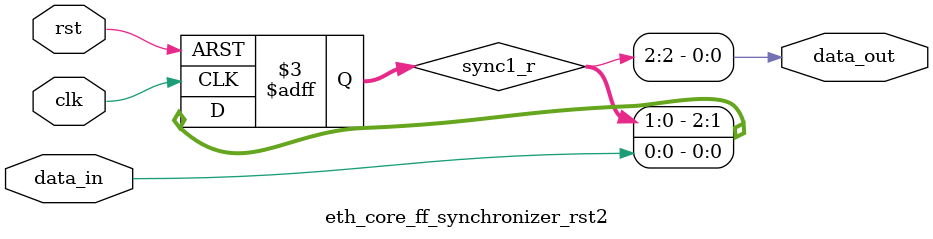
<source format=v>

`timescale 1ns / 1ps

module eth_core_ff_synchronizer_rst2 #(
  parameter   C_NUM_SYNC_REGS = 3,
  parameter   C_RVAL = 1'b0
  )
  (
    input   wire  clk,
    input   wire  rst,
    input   wire  data_in,
    output  wire  data_out
  );

(* shreg_extract = "no", ASYNC_REG = "TRUE" *) reg  [C_NUM_SYNC_REGS-1:0]    sync1_r = {C_NUM_SYNC_REGS{C_RVAL}};

  //----------------------------------------------------------------------------
  // Synchronizer
  //----------------------------------------------------------------------------
  always @(posedge clk or posedge rst) begin
    if(rst)
      sync1_r <= {C_NUM_SYNC_REGS{C_RVAL}};
    else
      sync1_r <= {sync1_r[C_NUM_SYNC_REGS-2:0], data_in};
  end

  assign data_out = sync1_r[C_NUM_SYNC_REGS-1];
endmodule

</source>
